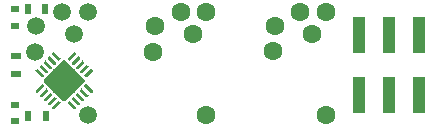
<source format=gbr>
G04 #@! TF.GenerationSoftware,KiCad,Pcbnew,(5.1.2-1)-1*
G04 #@! TF.CreationDate,2019-07-19T11:44:39-07:00*
G04 #@! TF.ProjectId,class v3 - all,636c6173-7320-4763-9320-2d20616c6c2e,rev?*
G04 #@! TF.SameCoordinates,Original*
G04 #@! TF.FileFunction,Soldermask,Top*
G04 #@! TF.FilePolarity,Negative*
%FSLAX46Y46*%
G04 Gerber Fmt 4.6, Leading zero omitted, Abs format (unit mm)*
G04 Created by KiCad (PCBNEW (5.1.2-1)-1) date 2019-07-19 11:44:39*
%MOMM*%
%LPD*%
G04 APERTURE LIST*
%ADD10C,1.600000*%
%ADD11R,1.000000X3.150000*%
%ADD12R,0.700000X0.600000*%
%ADD13C,1.500000*%
%ADD14R,0.900000X0.500000*%
%ADD15R,0.500000X0.900000*%
%ADD16C,0.100000*%
%ADD17C,2.600000*%
%ADD18C,0.250000*%
G04 APERTURE END LIST*
D10*
X120600000Y-89040000D03*
X125090000Y-85700000D03*
X120760000Y-86900000D03*
X122910000Y-85700000D03*
X125090000Y-94450000D03*
X123960000Y-87590000D03*
D11*
X133010000Y-87675000D03*
X133010000Y-92725000D03*
X130470000Y-87675000D03*
X130470000Y-92725000D03*
X127930000Y-87675000D03*
X127930000Y-92725000D03*
D10*
X114990000Y-85720000D03*
X113860000Y-87610000D03*
X110500000Y-89060000D03*
X114990000Y-94470000D03*
X112810000Y-85720000D03*
X110660000Y-86920000D03*
D12*
X98750000Y-86880000D03*
X98750000Y-85480000D03*
X98750000Y-93560000D03*
X98750000Y-94960000D03*
D13*
X100600000Y-86920000D03*
X104930000Y-94470000D03*
D14*
X98840000Y-90970000D03*
X98840000Y-89470000D03*
D15*
X99840000Y-85420000D03*
X101340000Y-85420000D03*
X101370000Y-94550000D03*
X99870000Y-94550000D03*
D13*
X100440000Y-89060000D03*
X103800000Y-87610000D03*
X104930000Y-85720000D03*
X102750000Y-85720000D03*
D16*
G36*
X102964504Y-89796280D02*
G01*
X102988773Y-89799880D01*
X103012571Y-89805841D01*
X103035671Y-89814106D01*
X103057849Y-89824596D01*
X103078893Y-89837209D01*
X103098598Y-89851823D01*
X103116777Y-89868299D01*
X104601701Y-91353223D01*
X104618177Y-91371402D01*
X104632791Y-91391107D01*
X104645404Y-91412151D01*
X104655894Y-91434329D01*
X104664159Y-91457429D01*
X104670120Y-91481227D01*
X104673720Y-91505496D01*
X104674924Y-91530000D01*
X104673720Y-91554504D01*
X104670120Y-91578773D01*
X104664159Y-91602571D01*
X104655894Y-91625671D01*
X104645404Y-91647849D01*
X104632791Y-91668893D01*
X104618177Y-91688598D01*
X104601701Y-91706777D01*
X103116777Y-93191701D01*
X103098598Y-93208177D01*
X103078893Y-93222791D01*
X103057849Y-93235404D01*
X103035671Y-93245894D01*
X103012571Y-93254159D01*
X102988773Y-93260120D01*
X102964504Y-93263720D01*
X102940000Y-93264924D01*
X102915496Y-93263720D01*
X102891227Y-93260120D01*
X102867429Y-93254159D01*
X102844329Y-93245894D01*
X102822151Y-93235404D01*
X102801107Y-93222791D01*
X102781402Y-93208177D01*
X102763223Y-93191701D01*
X101278299Y-91706777D01*
X101261823Y-91688598D01*
X101247209Y-91668893D01*
X101234596Y-91647849D01*
X101224106Y-91625671D01*
X101215841Y-91602571D01*
X101209880Y-91578773D01*
X101206280Y-91554504D01*
X101205076Y-91530000D01*
X101206280Y-91505496D01*
X101209880Y-91481227D01*
X101215841Y-91457429D01*
X101224106Y-91434329D01*
X101234596Y-91412151D01*
X101247209Y-91391107D01*
X101261823Y-91371402D01*
X101278299Y-91353223D01*
X102763223Y-89868299D01*
X102781402Y-89851823D01*
X102801107Y-89837209D01*
X102822151Y-89824596D01*
X102844329Y-89814106D01*
X102867429Y-89805841D01*
X102891227Y-89799880D01*
X102915496Y-89796280D01*
X102940000Y-89795076D01*
X102964504Y-89796280D01*
X102964504Y-89796280D01*
G37*
D17*
X102940000Y-91530000D03*
D16*
G36*
X101089971Y-91821355D02*
G01*
X101096038Y-91822255D01*
X101101988Y-91823745D01*
X101107763Y-91825812D01*
X101113307Y-91828434D01*
X101118568Y-91831587D01*
X101123495Y-91835241D01*
X101128039Y-91839360D01*
X101216427Y-91927748D01*
X101220546Y-91932292D01*
X101224200Y-91937219D01*
X101227353Y-91942480D01*
X101229975Y-91948024D01*
X101232042Y-91953799D01*
X101233532Y-91959749D01*
X101234432Y-91965816D01*
X101234733Y-91971942D01*
X101234432Y-91978068D01*
X101233532Y-91984135D01*
X101232042Y-91990085D01*
X101229975Y-91995860D01*
X101227353Y-92001404D01*
X101224200Y-92006665D01*
X101220546Y-92011592D01*
X101216427Y-92016136D01*
X100703775Y-92528788D01*
X100699231Y-92532907D01*
X100694304Y-92536561D01*
X100689043Y-92539714D01*
X100683499Y-92542336D01*
X100677724Y-92544403D01*
X100671774Y-92545893D01*
X100665707Y-92546793D01*
X100659581Y-92547094D01*
X100653455Y-92546793D01*
X100647388Y-92545893D01*
X100641438Y-92544403D01*
X100635663Y-92542336D01*
X100630119Y-92539714D01*
X100624858Y-92536561D01*
X100619931Y-92532907D01*
X100615387Y-92528788D01*
X100526999Y-92440400D01*
X100522880Y-92435856D01*
X100519226Y-92430929D01*
X100516073Y-92425668D01*
X100513451Y-92420124D01*
X100511384Y-92414349D01*
X100509894Y-92408399D01*
X100508994Y-92402332D01*
X100508693Y-92396206D01*
X100508994Y-92390080D01*
X100509894Y-92384013D01*
X100511384Y-92378063D01*
X100513451Y-92372288D01*
X100516073Y-92366744D01*
X100519226Y-92361483D01*
X100522880Y-92356556D01*
X100526999Y-92352012D01*
X101039651Y-91839360D01*
X101044195Y-91835241D01*
X101049122Y-91831587D01*
X101054383Y-91828434D01*
X101059927Y-91825812D01*
X101065702Y-91823745D01*
X101071652Y-91822255D01*
X101077719Y-91821355D01*
X101083845Y-91821054D01*
X101089971Y-91821355D01*
X101089971Y-91821355D01*
G37*
D18*
X100871713Y-92184074D03*
D16*
G36*
X101443524Y-92174908D02*
G01*
X101449591Y-92175808D01*
X101455541Y-92177298D01*
X101461316Y-92179365D01*
X101466860Y-92181987D01*
X101472121Y-92185140D01*
X101477048Y-92188794D01*
X101481592Y-92192913D01*
X101569980Y-92281301D01*
X101574099Y-92285845D01*
X101577753Y-92290772D01*
X101580906Y-92296033D01*
X101583528Y-92301577D01*
X101585595Y-92307352D01*
X101587085Y-92313302D01*
X101587985Y-92319369D01*
X101588286Y-92325495D01*
X101587985Y-92331621D01*
X101587085Y-92337688D01*
X101585595Y-92343638D01*
X101583528Y-92349413D01*
X101580906Y-92354957D01*
X101577753Y-92360218D01*
X101574099Y-92365145D01*
X101569980Y-92369689D01*
X101057328Y-92882341D01*
X101052784Y-92886460D01*
X101047857Y-92890114D01*
X101042596Y-92893267D01*
X101037052Y-92895889D01*
X101031277Y-92897956D01*
X101025327Y-92899446D01*
X101019260Y-92900346D01*
X101013134Y-92900647D01*
X101007008Y-92900346D01*
X101000941Y-92899446D01*
X100994991Y-92897956D01*
X100989216Y-92895889D01*
X100983672Y-92893267D01*
X100978411Y-92890114D01*
X100973484Y-92886460D01*
X100968940Y-92882341D01*
X100880552Y-92793953D01*
X100876433Y-92789409D01*
X100872779Y-92784482D01*
X100869626Y-92779221D01*
X100867004Y-92773677D01*
X100864937Y-92767902D01*
X100863447Y-92761952D01*
X100862547Y-92755885D01*
X100862246Y-92749759D01*
X100862547Y-92743633D01*
X100863447Y-92737566D01*
X100864937Y-92731616D01*
X100867004Y-92725841D01*
X100869626Y-92720297D01*
X100872779Y-92715036D01*
X100876433Y-92710109D01*
X100880552Y-92705565D01*
X101393204Y-92192913D01*
X101397748Y-92188794D01*
X101402675Y-92185140D01*
X101407936Y-92181987D01*
X101413480Y-92179365D01*
X101419255Y-92177298D01*
X101425205Y-92175808D01*
X101431272Y-92174908D01*
X101437398Y-92174607D01*
X101443524Y-92174908D01*
X101443524Y-92174908D01*
G37*
D18*
X101225266Y-92537627D03*
D16*
G36*
X101797077Y-92528462D02*
G01*
X101803144Y-92529362D01*
X101809094Y-92530852D01*
X101814869Y-92532919D01*
X101820413Y-92535541D01*
X101825674Y-92538694D01*
X101830601Y-92542348D01*
X101835145Y-92546467D01*
X101923533Y-92634855D01*
X101927652Y-92639399D01*
X101931306Y-92644326D01*
X101934459Y-92649587D01*
X101937081Y-92655131D01*
X101939148Y-92660906D01*
X101940638Y-92666856D01*
X101941538Y-92672923D01*
X101941839Y-92679049D01*
X101941538Y-92685175D01*
X101940638Y-92691242D01*
X101939148Y-92697192D01*
X101937081Y-92702967D01*
X101934459Y-92708511D01*
X101931306Y-92713772D01*
X101927652Y-92718699D01*
X101923533Y-92723243D01*
X101410881Y-93235895D01*
X101406337Y-93240014D01*
X101401410Y-93243668D01*
X101396149Y-93246821D01*
X101390605Y-93249443D01*
X101384830Y-93251510D01*
X101378880Y-93253000D01*
X101372813Y-93253900D01*
X101366687Y-93254201D01*
X101360561Y-93253900D01*
X101354494Y-93253000D01*
X101348544Y-93251510D01*
X101342769Y-93249443D01*
X101337225Y-93246821D01*
X101331964Y-93243668D01*
X101327037Y-93240014D01*
X101322493Y-93235895D01*
X101234105Y-93147507D01*
X101229986Y-93142963D01*
X101226332Y-93138036D01*
X101223179Y-93132775D01*
X101220557Y-93127231D01*
X101218490Y-93121456D01*
X101217000Y-93115506D01*
X101216100Y-93109439D01*
X101215799Y-93103313D01*
X101216100Y-93097187D01*
X101217000Y-93091120D01*
X101218490Y-93085170D01*
X101220557Y-93079395D01*
X101223179Y-93073851D01*
X101226332Y-93068590D01*
X101229986Y-93063663D01*
X101234105Y-93059119D01*
X101746757Y-92546467D01*
X101751301Y-92542348D01*
X101756228Y-92538694D01*
X101761489Y-92535541D01*
X101767033Y-92532919D01*
X101772808Y-92530852D01*
X101778758Y-92529362D01*
X101784825Y-92528462D01*
X101790951Y-92528161D01*
X101797077Y-92528462D01*
X101797077Y-92528462D01*
G37*
D18*
X101578819Y-92891181D03*
D16*
G36*
X102150631Y-92882015D02*
G01*
X102156698Y-92882915D01*
X102162648Y-92884405D01*
X102168423Y-92886472D01*
X102173967Y-92889094D01*
X102179228Y-92892247D01*
X102184155Y-92895901D01*
X102188699Y-92900020D01*
X102277087Y-92988408D01*
X102281206Y-92992952D01*
X102284860Y-92997879D01*
X102288013Y-93003140D01*
X102290635Y-93008684D01*
X102292702Y-93014459D01*
X102294192Y-93020409D01*
X102295092Y-93026476D01*
X102295393Y-93032602D01*
X102295092Y-93038728D01*
X102294192Y-93044795D01*
X102292702Y-93050745D01*
X102290635Y-93056520D01*
X102288013Y-93062064D01*
X102284860Y-93067325D01*
X102281206Y-93072252D01*
X102277087Y-93076796D01*
X101764435Y-93589448D01*
X101759891Y-93593567D01*
X101754964Y-93597221D01*
X101749703Y-93600374D01*
X101744159Y-93602996D01*
X101738384Y-93605063D01*
X101732434Y-93606553D01*
X101726367Y-93607453D01*
X101720241Y-93607754D01*
X101714115Y-93607453D01*
X101708048Y-93606553D01*
X101702098Y-93605063D01*
X101696323Y-93602996D01*
X101690779Y-93600374D01*
X101685518Y-93597221D01*
X101680591Y-93593567D01*
X101676047Y-93589448D01*
X101587659Y-93501060D01*
X101583540Y-93496516D01*
X101579886Y-93491589D01*
X101576733Y-93486328D01*
X101574111Y-93480784D01*
X101572044Y-93475009D01*
X101570554Y-93469059D01*
X101569654Y-93462992D01*
X101569353Y-93456866D01*
X101569654Y-93450740D01*
X101570554Y-93444673D01*
X101572044Y-93438723D01*
X101574111Y-93432948D01*
X101576733Y-93427404D01*
X101579886Y-93422143D01*
X101583540Y-93417216D01*
X101587659Y-93412672D01*
X102100311Y-92900020D01*
X102104855Y-92895901D01*
X102109782Y-92892247D01*
X102115043Y-92889094D01*
X102120587Y-92886472D01*
X102126362Y-92884405D01*
X102132312Y-92882915D01*
X102138379Y-92882015D01*
X102144505Y-92881714D01*
X102150631Y-92882015D01*
X102150631Y-92882015D01*
G37*
D18*
X101932373Y-93244734D03*
D16*
G36*
X102504184Y-93235568D02*
G01*
X102510251Y-93236468D01*
X102516201Y-93237958D01*
X102521976Y-93240025D01*
X102527520Y-93242647D01*
X102532781Y-93245800D01*
X102537708Y-93249454D01*
X102542252Y-93253573D01*
X102630640Y-93341961D01*
X102634759Y-93346505D01*
X102638413Y-93351432D01*
X102641566Y-93356693D01*
X102644188Y-93362237D01*
X102646255Y-93368012D01*
X102647745Y-93373962D01*
X102648645Y-93380029D01*
X102648946Y-93386155D01*
X102648645Y-93392281D01*
X102647745Y-93398348D01*
X102646255Y-93404298D01*
X102644188Y-93410073D01*
X102641566Y-93415617D01*
X102638413Y-93420878D01*
X102634759Y-93425805D01*
X102630640Y-93430349D01*
X102117988Y-93943001D01*
X102113444Y-93947120D01*
X102108517Y-93950774D01*
X102103256Y-93953927D01*
X102097712Y-93956549D01*
X102091937Y-93958616D01*
X102085987Y-93960106D01*
X102079920Y-93961006D01*
X102073794Y-93961307D01*
X102067668Y-93961006D01*
X102061601Y-93960106D01*
X102055651Y-93958616D01*
X102049876Y-93956549D01*
X102044332Y-93953927D01*
X102039071Y-93950774D01*
X102034144Y-93947120D01*
X102029600Y-93943001D01*
X101941212Y-93854613D01*
X101937093Y-93850069D01*
X101933439Y-93845142D01*
X101930286Y-93839881D01*
X101927664Y-93834337D01*
X101925597Y-93828562D01*
X101924107Y-93822612D01*
X101923207Y-93816545D01*
X101922906Y-93810419D01*
X101923207Y-93804293D01*
X101924107Y-93798226D01*
X101925597Y-93792276D01*
X101927664Y-93786501D01*
X101930286Y-93780957D01*
X101933439Y-93775696D01*
X101937093Y-93770769D01*
X101941212Y-93766225D01*
X102453864Y-93253573D01*
X102458408Y-93249454D01*
X102463335Y-93245800D01*
X102468596Y-93242647D01*
X102474140Y-93240025D01*
X102479915Y-93237958D01*
X102485865Y-93236468D01*
X102491932Y-93235568D01*
X102498058Y-93235267D01*
X102504184Y-93235568D01*
X102504184Y-93235568D01*
G37*
D18*
X102285926Y-93598287D03*
D16*
G36*
X103388068Y-93235568D02*
G01*
X103394135Y-93236468D01*
X103400085Y-93237958D01*
X103405860Y-93240025D01*
X103411404Y-93242647D01*
X103416665Y-93245800D01*
X103421592Y-93249454D01*
X103426136Y-93253573D01*
X103938788Y-93766225D01*
X103942907Y-93770769D01*
X103946561Y-93775696D01*
X103949714Y-93780957D01*
X103952336Y-93786501D01*
X103954403Y-93792276D01*
X103955893Y-93798226D01*
X103956793Y-93804293D01*
X103957094Y-93810419D01*
X103956793Y-93816545D01*
X103955893Y-93822612D01*
X103954403Y-93828562D01*
X103952336Y-93834337D01*
X103949714Y-93839881D01*
X103946561Y-93845142D01*
X103942907Y-93850069D01*
X103938788Y-93854613D01*
X103850400Y-93943001D01*
X103845856Y-93947120D01*
X103840929Y-93950774D01*
X103835668Y-93953927D01*
X103830124Y-93956549D01*
X103824349Y-93958616D01*
X103818399Y-93960106D01*
X103812332Y-93961006D01*
X103806206Y-93961307D01*
X103800080Y-93961006D01*
X103794013Y-93960106D01*
X103788063Y-93958616D01*
X103782288Y-93956549D01*
X103776744Y-93953927D01*
X103771483Y-93950774D01*
X103766556Y-93947120D01*
X103762012Y-93943001D01*
X103249360Y-93430349D01*
X103245241Y-93425805D01*
X103241587Y-93420878D01*
X103238434Y-93415617D01*
X103235812Y-93410073D01*
X103233745Y-93404298D01*
X103232255Y-93398348D01*
X103231355Y-93392281D01*
X103231054Y-93386155D01*
X103231355Y-93380029D01*
X103232255Y-93373962D01*
X103233745Y-93368012D01*
X103235812Y-93362237D01*
X103238434Y-93356693D01*
X103241587Y-93351432D01*
X103245241Y-93346505D01*
X103249360Y-93341961D01*
X103337748Y-93253573D01*
X103342292Y-93249454D01*
X103347219Y-93245800D01*
X103352480Y-93242647D01*
X103358024Y-93240025D01*
X103363799Y-93237958D01*
X103369749Y-93236468D01*
X103375816Y-93235568D01*
X103381942Y-93235267D01*
X103388068Y-93235568D01*
X103388068Y-93235568D01*
G37*
D18*
X103594074Y-93598287D03*
D16*
G36*
X103741621Y-92882015D02*
G01*
X103747688Y-92882915D01*
X103753638Y-92884405D01*
X103759413Y-92886472D01*
X103764957Y-92889094D01*
X103770218Y-92892247D01*
X103775145Y-92895901D01*
X103779689Y-92900020D01*
X104292341Y-93412672D01*
X104296460Y-93417216D01*
X104300114Y-93422143D01*
X104303267Y-93427404D01*
X104305889Y-93432948D01*
X104307956Y-93438723D01*
X104309446Y-93444673D01*
X104310346Y-93450740D01*
X104310647Y-93456866D01*
X104310346Y-93462992D01*
X104309446Y-93469059D01*
X104307956Y-93475009D01*
X104305889Y-93480784D01*
X104303267Y-93486328D01*
X104300114Y-93491589D01*
X104296460Y-93496516D01*
X104292341Y-93501060D01*
X104203953Y-93589448D01*
X104199409Y-93593567D01*
X104194482Y-93597221D01*
X104189221Y-93600374D01*
X104183677Y-93602996D01*
X104177902Y-93605063D01*
X104171952Y-93606553D01*
X104165885Y-93607453D01*
X104159759Y-93607754D01*
X104153633Y-93607453D01*
X104147566Y-93606553D01*
X104141616Y-93605063D01*
X104135841Y-93602996D01*
X104130297Y-93600374D01*
X104125036Y-93597221D01*
X104120109Y-93593567D01*
X104115565Y-93589448D01*
X103602913Y-93076796D01*
X103598794Y-93072252D01*
X103595140Y-93067325D01*
X103591987Y-93062064D01*
X103589365Y-93056520D01*
X103587298Y-93050745D01*
X103585808Y-93044795D01*
X103584908Y-93038728D01*
X103584607Y-93032602D01*
X103584908Y-93026476D01*
X103585808Y-93020409D01*
X103587298Y-93014459D01*
X103589365Y-93008684D01*
X103591987Y-93003140D01*
X103595140Y-92997879D01*
X103598794Y-92992952D01*
X103602913Y-92988408D01*
X103691301Y-92900020D01*
X103695845Y-92895901D01*
X103700772Y-92892247D01*
X103706033Y-92889094D01*
X103711577Y-92886472D01*
X103717352Y-92884405D01*
X103723302Y-92882915D01*
X103729369Y-92882015D01*
X103735495Y-92881714D01*
X103741621Y-92882015D01*
X103741621Y-92882015D01*
G37*
D18*
X103947627Y-93244734D03*
D16*
G36*
X104095175Y-92528462D02*
G01*
X104101242Y-92529362D01*
X104107192Y-92530852D01*
X104112967Y-92532919D01*
X104118511Y-92535541D01*
X104123772Y-92538694D01*
X104128699Y-92542348D01*
X104133243Y-92546467D01*
X104645895Y-93059119D01*
X104650014Y-93063663D01*
X104653668Y-93068590D01*
X104656821Y-93073851D01*
X104659443Y-93079395D01*
X104661510Y-93085170D01*
X104663000Y-93091120D01*
X104663900Y-93097187D01*
X104664201Y-93103313D01*
X104663900Y-93109439D01*
X104663000Y-93115506D01*
X104661510Y-93121456D01*
X104659443Y-93127231D01*
X104656821Y-93132775D01*
X104653668Y-93138036D01*
X104650014Y-93142963D01*
X104645895Y-93147507D01*
X104557507Y-93235895D01*
X104552963Y-93240014D01*
X104548036Y-93243668D01*
X104542775Y-93246821D01*
X104537231Y-93249443D01*
X104531456Y-93251510D01*
X104525506Y-93253000D01*
X104519439Y-93253900D01*
X104513313Y-93254201D01*
X104507187Y-93253900D01*
X104501120Y-93253000D01*
X104495170Y-93251510D01*
X104489395Y-93249443D01*
X104483851Y-93246821D01*
X104478590Y-93243668D01*
X104473663Y-93240014D01*
X104469119Y-93235895D01*
X103956467Y-92723243D01*
X103952348Y-92718699D01*
X103948694Y-92713772D01*
X103945541Y-92708511D01*
X103942919Y-92702967D01*
X103940852Y-92697192D01*
X103939362Y-92691242D01*
X103938462Y-92685175D01*
X103938161Y-92679049D01*
X103938462Y-92672923D01*
X103939362Y-92666856D01*
X103940852Y-92660906D01*
X103942919Y-92655131D01*
X103945541Y-92649587D01*
X103948694Y-92644326D01*
X103952348Y-92639399D01*
X103956467Y-92634855D01*
X104044855Y-92546467D01*
X104049399Y-92542348D01*
X104054326Y-92538694D01*
X104059587Y-92535541D01*
X104065131Y-92532919D01*
X104070906Y-92530852D01*
X104076856Y-92529362D01*
X104082923Y-92528462D01*
X104089049Y-92528161D01*
X104095175Y-92528462D01*
X104095175Y-92528462D01*
G37*
D18*
X104301181Y-92891181D03*
D16*
G36*
X104448728Y-92174908D02*
G01*
X104454795Y-92175808D01*
X104460745Y-92177298D01*
X104466520Y-92179365D01*
X104472064Y-92181987D01*
X104477325Y-92185140D01*
X104482252Y-92188794D01*
X104486796Y-92192913D01*
X104999448Y-92705565D01*
X105003567Y-92710109D01*
X105007221Y-92715036D01*
X105010374Y-92720297D01*
X105012996Y-92725841D01*
X105015063Y-92731616D01*
X105016553Y-92737566D01*
X105017453Y-92743633D01*
X105017754Y-92749759D01*
X105017453Y-92755885D01*
X105016553Y-92761952D01*
X105015063Y-92767902D01*
X105012996Y-92773677D01*
X105010374Y-92779221D01*
X105007221Y-92784482D01*
X105003567Y-92789409D01*
X104999448Y-92793953D01*
X104911060Y-92882341D01*
X104906516Y-92886460D01*
X104901589Y-92890114D01*
X104896328Y-92893267D01*
X104890784Y-92895889D01*
X104885009Y-92897956D01*
X104879059Y-92899446D01*
X104872992Y-92900346D01*
X104866866Y-92900647D01*
X104860740Y-92900346D01*
X104854673Y-92899446D01*
X104848723Y-92897956D01*
X104842948Y-92895889D01*
X104837404Y-92893267D01*
X104832143Y-92890114D01*
X104827216Y-92886460D01*
X104822672Y-92882341D01*
X104310020Y-92369689D01*
X104305901Y-92365145D01*
X104302247Y-92360218D01*
X104299094Y-92354957D01*
X104296472Y-92349413D01*
X104294405Y-92343638D01*
X104292915Y-92337688D01*
X104292015Y-92331621D01*
X104291714Y-92325495D01*
X104292015Y-92319369D01*
X104292915Y-92313302D01*
X104294405Y-92307352D01*
X104296472Y-92301577D01*
X104299094Y-92296033D01*
X104302247Y-92290772D01*
X104305901Y-92285845D01*
X104310020Y-92281301D01*
X104398408Y-92192913D01*
X104402952Y-92188794D01*
X104407879Y-92185140D01*
X104413140Y-92181987D01*
X104418684Y-92179365D01*
X104424459Y-92177298D01*
X104430409Y-92175808D01*
X104436476Y-92174908D01*
X104442602Y-92174607D01*
X104448728Y-92174908D01*
X104448728Y-92174908D01*
G37*
D18*
X104654734Y-92537627D03*
D16*
G36*
X104802281Y-91821355D02*
G01*
X104808348Y-91822255D01*
X104814298Y-91823745D01*
X104820073Y-91825812D01*
X104825617Y-91828434D01*
X104830878Y-91831587D01*
X104835805Y-91835241D01*
X104840349Y-91839360D01*
X105353001Y-92352012D01*
X105357120Y-92356556D01*
X105360774Y-92361483D01*
X105363927Y-92366744D01*
X105366549Y-92372288D01*
X105368616Y-92378063D01*
X105370106Y-92384013D01*
X105371006Y-92390080D01*
X105371307Y-92396206D01*
X105371006Y-92402332D01*
X105370106Y-92408399D01*
X105368616Y-92414349D01*
X105366549Y-92420124D01*
X105363927Y-92425668D01*
X105360774Y-92430929D01*
X105357120Y-92435856D01*
X105353001Y-92440400D01*
X105264613Y-92528788D01*
X105260069Y-92532907D01*
X105255142Y-92536561D01*
X105249881Y-92539714D01*
X105244337Y-92542336D01*
X105238562Y-92544403D01*
X105232612Y-92545893D01*
X105226545Y-92546793D01*
X105220419Y-92547094D01*
X105214293Y-92546793D01*
X105208226Y-92545893D01*
X105202276Y-92544403D01*
X105196501Y-92542336D01*
X105190957Y-92539714D01*
X105185696Y-92536561D01*
X105180769Y-92532907D01*
X105176225Y-92528788D01*
X104663573Y-92016136D01*
X104659454Y-92011592D01*
X104655800Y-92006665D01*
X104652647Y-92001404D01*
X104650025Y-91995860D01*
X104647958Y-91990085D01*
X104646468Y-91984135D01*
X104645568Y-91978068D01*
X104645267Y-91971942D01*
X104645568Y-91965816D01*
X104646468Y-91959749D01*
X104647958Y-91953799D01*
X104650025Y-91948024D01*
X104652647Y-91942480D01*
X104655800Y-91937219D01*
X104659454Y-91932292D01*
X104663573Y-91927748D01*
X104751961Y-91839360D01*
X104756505Y-91835241D01*
X104761432Y-91831587D01*
X104766693Y-91828434D01*
X104772237Y-91825812D01*
X104778012Y-91823745D01*
X104783962Y-91822255D01*
X104790029Y-91821355D01*
X104796155Y-91821054D01*
X104802281Y-91821355D01*
X104802281Y-91821355D01*
G37*
D18*
X105008287Y-92184074D03*
D16*
G36*
X105226545Y-90513207D02*
G01*
X105232612Y-90514107D01*
X105238562Y-90515597D01*
X105244337Y-90517664D01*
X105249881Y-90520286D01*
X105255142Y-90523439D01*
X105260069Y-90527093D01*
X105264613Y-90531212D01*
X105353001Y-90619600D01*
X105357120Y-90624144D01*
X105360774Y-90629071D01*
X105363927Y-90634332D01*
X105366549Y-90639876D01*
X105368616Y-90645651D01*
X105370106Y-90651601D01*
X105371006Y-90657668D01*
X105371307Y-90663794D01*
X105371006Y-90669920D01*
X105370106Y-90675987D01*
X105368616Y-90681937D01*
X105366549Y-90687712D01*
X105363927Y-90693256D01*
X105360774Y-90698517D01*
X105357120Y-90703444D01*
X105353001Y-90707988D01*
X104840349Y-91220640D01*
X104835805Y-91224759D01*
X104830878Y-91228413D01*
X104825617Y-91231566D01*
X104820073Y-91234188D01*
X104814298Y-91236255D01*
X104808348Y-91237745D01*
X104802281Y-91238645D01*
X104796155Y-91238946D01*
X104790029Y-91238645D01*
X104783962Y-91237745D01*
X104778012Y-91236255D01*
X104772237Y-91234188D01*
X104766693Y-91231566D01*
X104761432Y-91228413D01*
X104756505Y-91224759D01*
X104751961Y-91220640D01*
X104663573Y-91132252D01*
X104659454Y-91127708D01*
X104655800Y-91122781D01*
X104652647Y-91117520D01*
X104650025Y-91111976D01*
X104647958Y-91106201D01*
X104646468Y-91100251D01*
X104645568Y-91094184D01*
X104645267Y-91088058D01*
X104645568Y-91081932D01*
X104646468Y-91075865D01*
X104647958Y-91069915D01*
X104650025Y-91064140D01*
X104652647Y-91058596D01*
X104655800Y-91053335D01*
X104659454Y-91048408D01*
X104663573Y-91043864D01*
X105176225Y-90531212D01*
X105180769Y-90527093D01*
X105185696Y-90523439D01*
X105190957Y-90520286D01*
X105196501Y-90517664D01*
X105202276Y-90515597D01*
X105208226Y-90514107D01*
X105214293Y-90513207D01*
X105220419Y-90512906D01*
X105226545Y-90513207D01*
X105226545Y-90513207D01*
G37*
D18*
X105008287Y-90875926D03*
D16*
G36*
X104872992Y-90159654D02*
G01*
X104879059Y-90160554D01*
X104885009Y-90162044D01*
X104890784Y-90164111D01*
X104896328Y-90166733D01*
X104901589Y-90169886D01*
X104906516Y-90173540D01*
X104911060Y-90177659D01*
X104999448Y-90266047D01*
X105003567Y-90270591D01*
X105007221Y-90275518D01*
X105010374Y-90280779D01*
X105012996Y-90286323D01*
X105015063Y-90292098D01*
X105016553Y-90298048D01*
X105017453Y-90304115D01*
X105017754Y-90310241D01*
X105017453Y-90316367D01*
X105016553Y-90322434D01*
X105015063Y-90328384D01*
X105012996Y-90334159D01*
X105010374Y-90339703D01*
X105007221Y-90344964D01*
X105003567Y-90349891D01*
X104999448Y-90354435D01*
X104486796Y-90867087D01*
X104482252Y-90871206D01*
X104477325Y-90874860D01*
X104472064Y-90878013D01*
X104466520Y-90880635D01*
X104460745Y-90882702D01*
X104454795Y-90884192D01*
X104448728Y-90885092D01*
X104442602Y-90885393D01*
X104436476Y-90885092D01*
X104430409Y-90884192D01*
X104424459Y-90882702D01*
X104418684Y-90880635D01*
X104413140Y-90878013D01*
X104407879Y-90874860D01*
X104402952Y-90871206D01*
X104398408Y-90867087D01*
X104310020Y-90778699D01*
X104305901Y-90774155D01*
X104302247Y-90769228D01*
X104299094Y-90763967D01*
X104296472Y-90758423D01*
X104294405Y-90752648D01*
X104292915Y-90746698D01*
X104292015Y-90740631D01*
X104291714Y-90734505D01*
X104292015Y-90728379D01*
X104292915Y-90722312D01*
X104294405Y-90716362D01*
X104296472Y-90710587D01*
X104299094Y-90705043D01*
X104302247Y-90699782D01*
X104305901Y-90694855D01*
X104310020Y-90690311D01*
X104822672Y-90177659D01*
X104827216Y-90173540D01*
X104832143Y-90169886D01*
X104837404Y-90166733D01*
X104842948Y-90164111D01*
X104848723Y-90162044D01*
X104854673Y-90160554D01*
X104860740Y-90159654D01*
X104866866Y-90159353D01*
X104872992Y-90159654D01*
X104872992Y-90159654D01*
G37*
D18*
X104654734Y-90522373D03*
D16*
G36*
X104519439Y-89806100D02*
G01*
X104525506Y-89807000D01*
X104531456Y-89808490D01*
X104537231Y-89810557D01*
X104542775Y-89813179D01*
X104548036Y-89816332D01*
X104552963Y-89819986D01*
X104557507Y-89824105D01*
X104645895Y-89912493D01*
X104650014Y-89917037D01*
X104653668Y-89921964D01*
X104656821Y-89927225D01*
X104659443Y-89932769D01*
X104661510Y-89938544D01*
X104663000Y-89944494D01*
X104663900Y-89950561D01*
X104664201Y-89956687D01*
X104663900Y-89962813D01*
X104663000Y-89968880D01*
X104661510Y-89974830D01*
X104659443Y-89980605D01*
X104656821Y-89986149D01*
X104653668Y-89991410D01*
X104650014Y-89996337D01*
X104645895Y-90000881D01*
X104133243Y-90513533D01*
X104128699Y-90517652D01*
X104123772Y-90521306D01*
X104118511Y-90524459D01*
X104112967Y-90527081D01*
X104107192Y-90529148D01*
X104101242Y-90530638D01*
X104095175Y-90531538D01*
X104089049Y-90531839D01*
X104082923Y-90531538D01*
X104076856Y-90530638D01*
X104070906Y-90529148D01*
X104065131Y-90527081D01*
X104059587Y-90524459D01*
X104054326Y-90521306D01*
X104049399Y-90517652D01*
X104044855Y-90513533D01*
X103956467Y-90425145D01*
X103952348Y-90420601D01*
X103948694Y-90415674D01*
X103945541Y-90410413D01*
X103942919Y-90404869D01*
X103940852Y-90399094D01*
X103939362Y-90393144D01*
X103938462Y-90387077D01*
X103938161Y-90380951D01*
X103938462Y-90374825D01*
X103939362Y-90368758D01*
X103940852Y-90362808D01*
X103942919Y-90357033D01*
X103945541Y-90351489D01*
X103948694Y-90346228D01*
X103952348Y-90341301D01*
X103956467Y-90336757D01*
X104469119Y-89824105D01*
X104473663Y-89819986D01*
X104478590Y-89816332D01*
X104483851Y-89813179D01*
X104489395Y-89810557D01*
X104495170Y-89808490D01*
X104501120Y-89807000D01*
X104507187Y-89806100D01*
X104513313Y-89805799D01*
X104519439Y-89806100D01*
X104519439Y-89806100D01*
G37*
D18*
X104301181Y-90168819D03*
D16*
G36*
X104165885Y-89452547D02*
G01*
X104171952Y-89453447D01*
X104177902Y-89454937D01*
X104183677Y-89457004D01*
X104189221Y-89459626D01*
X104194482Y-89462779D01*
X104199409Y-89466433D01*
X104203953Y-89470552D01*
X104292341Y-89558940D01*
X104296460Y-89563484D01*
X104300114Y-89568411D01*
X104303267Y-89573672D01*
X104305889Y-89579216D01*
X104307956Y-89584991D01*
X104309446Y-89590941D01*
X104310346Y-89597008D01*
X104310647Y-89603134D01*
X104310346Y-89609260D01*
X104309446Y-89615327D01*
X104307956Y-89621277D01*
X104305889Y-89627052D01*
X104303267Y-89632596D01*
X104300114Y-89637857D01*
X104296460Y-89642784D01*
X104292341Y-89647328D01*
X103779689Y-90159980D01*
X103775145Y-90164099D01*
X103770218Y-90167753D01*
X103764957Y-90170906D01*
X103759413Y-90173528D01*
X103753638Y-90175595D01*
X103747688Y-90177085D01*
X103741621Y-90177985D01*
X103735495Y-90178286D01*
X103729369Y-90177985D01*
X103723302Y-90177085D01*
X103717352Y-90175595D01*
X103711577Y-90173528D01*
X103706033Y-90170906D01*
X103700772Y-90167753D01*
X103695845Y-90164099D01*
X103691301Y-90159980D01*
X103602913Y-90071592D01*
X103598794Y-90067048D01*
X103595140Y-90062121D01*
X103591987Y-90056860D01*
X103589365Y-90051316D01*
X103587298Y-90045541D01*
X103585808Y-90039591D01*
X103584908Y-90033524D01*
X103584607Y-90027398D01*
X103584908Y-90021272D01*
X103585808Y-90015205D01*
X103587298Y-90009255D01*
X103589365Y-90003480D01*
X103591987Y-89997936D01*
X103595140Y-89992675D01*
X103598794Y-89987748D01*
X103602913Y-89983204D01*
X104115565Y-89470552D01*
X104120109Y-89466433D01*
X104125036Y-89462779D01*
X104130297Y-89459626D01*
X104135841Y-89457004D01*
X104141616Y-89454937D01*
X104147566Y-89453447D01*
X104153633Y-89452547D01*
X104159759Y-89452246D01*
X104165885Y-89452547D01*
X104165885Y-89452547D01*
G37*
D18*
X103947627Y-89815266D03*
D16*
G36*
X103812332Y-89098994D02*
G01*
X103818399Y-89099894D01*
X103824349Y-89101384D01*
X103830124Y-89103451D01*
X103835668Y-89106073D01*
X103840929Y-89109226D01*
X103845856Y-89112880D01*
X103850400Y-89116999D01*
X103938788Y-89205387D01*
X103942907Y-89209931D01*
X103946561Y-89214858D01*
X103949714Y-89220119D01*
X103952336Y-89225663D01*
X103954403Y-89231438D01*
X103955893Y-89237388D01*
X103956793Y-89243455D01*
X103957094Y-89249581D01*
X103956793Y-89255707D01*
X103955893Y-89261774D01*
X103954403Y-89267724D01*
X103952336Y-89273499D01*
X103949714Y-89279043D01*
X103946561Y-89284304D01*
X103942907Y-89289231D01*
X103938788Y-89293775D01*
X103426136Y-89806427D01*
X103421592Y-89810546D01*
X103416665Y-89814200D01*
X103411404Y-89817353D01*
X103405860Y-89819975D01*
X103400085Y-89822042D01*
X103394135Y-89823532D01*
X103388068Y-89824432D01*
X103381942Y-89824733D01*
X103375816Y-89824432D01*
X103369749Y-89823532D01*
X103363799Y-89822042D01*
X103358024Y-89819975D01*
X103352480Y-89817353D01*
X103347219Y-89814200D01*
X103342292Y-89810546D01*
X103337748Y-89806427D01*
X103249360Y-89718039D01*
X103245241Y-89713495D01*
X103241587Y-89708568D01*
X103238434Y-89703307D01*
X103235812Y-89697763D01*
X103233745Y-89691988D01*
X103232255Y-89686038D01*
X103231355Y-89679971D01*
X103231054Y-89673845D01*
X103231355Y-89667719D01*
X103232255Y-89661652D01*
X103233745Y-89655702D01*
X103235812Y-89649927D01*
X103238434Y-89644383D01*
X103241587Y-89639122D01*
X103245241Y-89634195D01*
X103249360Y-89629651D01*
X103762012Y-89116999D01*
X103766556Y-89112880D01*
X103771483Y-89109226D01*
X103776744Y-89106073D01*
X103782288Y-89103451D01*
X103788063Y-89101384D01*
X103794013Y-89099894D01*
X103800080Y-89098994D01*
X103806206Y-89098693D01*
X103812332Y-89098994D01*
X103812332Y-89098994D01*
G37*
D18*
X103594074Y-89461713D03*
D16*
G36*
X102079920Y-89098994D02*
G01*
X102085987Y-89099894D01*
X102091937Y-89101384D01*
X102097712Y-89103451D01*
X102103256Y-89106073D01*
X102108517Y-89109226D01*
X102113444Y-89112880D01*
X102117988Y-89116999D01*
X102630640Y-89629651D01*
X102634759Y-89634195D01*
X102638413Y-89639122D01*
X102641566Y-89644383D01*
X102644188Y-89649927D01*
X102646255Y-89655702D01*
X102647745Y-89661652D01*
X102648645Y-89667719D01*
X102648946Y-89673845D01*
X102648645Y-89679971D01*
X102647745Y-89686038D01*
X102646255Y-89691988D01*
X102644188Y-89697763D01*
X102641566Y-89703307D01*
X102638413Y-89708568D01*
X102634759Y-89713495D01*
X102630640Y-89718039D01*
X102542252Y-89806427D01*
X102537708Y-89810546D01*
X102532781Y-89814200D01*
X102527520Y-89817353D01*
X102521976Y-89819975D01*
X102516201Y-89822042D01*
X102510251Y-89823532D01*
X102504184Y-89824432D01*
X102498058Y-89824733D01*
X102491932Y-89824432D01*
X102485865Y-89823532D01*
X102479915Y-89822042D01*
X102474140Y-89819975D01*
X102468596Y-89817353D01*
X102463335Y-89814200D01*
X102458408Y-89810546D01*
X102453864Y-89806427D01*
X101941212Y-89293775D01*
X101937093Y-89289231D01*
X101933439Y-89284304D01*
X101930286Y-89279043D01*
X101927664Y-89273499D01*
X101925597Y-89267724D01*
X101924107Y-89261774D01*
X101923207Y-89255707D01*
X101922906Y-89249581D01*
X101923207Y-89243455D01*
X101924107Y-89237388D01*
X101925597Y-89231438D01*
X101927664Y-89225663D01*
X101930286Y-89220119D01*
X101933439Y-89214858D01*
X101937093Y-89209931D01*
X101941212Y-89205387D01*
X102029600Y-89116999D01*
X102034144Y-89112880D01*
X102039071Y-89109226D01*
X102044332Y-89106073D01*
X102049876Y-89103451D01*
X102055651Y-89101384D01*
X102061601Y-89099894D01*
X102067668Y-89098994D01*
X102073794Y-89098693D01*
X102079920Y-89098994D01*
X102079920Y-89098994D01*
G37*
D18*
X102285926Y-89461713D03*
D16*
G36*
X101726367Y-89452547D02*
G01*
X101732434Y-89453447D01*
X101738384Y-89454937D01*
X101744159Y-89457004D01*
X101749703Y-89459626D01*
X101754964Y-89462779D01*
X101759891Y-89466433D01*
X101764435Y-89470552D01*
X102277087Y-89983204D01*
X102281206Y-89987748D01*
X102284860Y-89992675D01*
X102288013Y-89997936D01*
X102290635Y-90003480D01*
X102292702Y-90009255D01*
X102294192Y-90015205D01*
X102295092Y-90021272D01*
X102295393Y-90027398D01*
X102295092Y-90033524D01*
X102294192Y-90039591D01*
X102292702Y-90045541D01*
X102290635Y-90051316D01*
X102288013Y-90056860D01*
X102284860Y-90062121D01*
X102281206Y-90067048D01*
X102277087Y-90071592D01*
X102188699Y-90159980D01*
X102184155Y-90164099D01*
X102179228Y-90167753D01*
X102173967Y-90170906D01*
X102168423Y-90173528D01*
X102162648Y-90175595D01*
X102156698Y-90177085D01*
X102150631Y-90177985D01*
X102144505Y-90178286D01*
X102138379Y-90177985D01*
X102132312Y-90177085D01*
X102126362Y-90175595D01*
X102120587Y-90173528D01*
X102115043Y-90170906D01*
X102109782Y-90167753D01*
X102104855Y-90164099D01*
X102100311Y-90159980D01*
X101587659Y-89647328D01*
X101583540Y-89642784D01*
X101579886Y-89637857D01*
X101576733Y-89632596D01*
X101574111Y-89627052D01*
X101572044Y-89621277D01*
X101570554Y-89615327D01*
X101569654Y-89609260D01*
X101569353Y-89603134D01*
X101569654Y-89597008D01*
X101570554Y-89590941D01*
X101572044Y-89584991D01*
X101574111Y-89579216D01*
X101576733Y-89573672D01*
X101579886Y-89568411D01*
X101583540Y-89563484D01*
X101587659Y-89558940D01*
X101676047Y-89470552D01*
X101680591Y-89466433D01*
X101685518Y-89462779D01*
X101690779Y-89459626D01*
X101696323Y-89457004D01*
X101702098Y-89454937D01*
X101708048Y-89453447D01*
X101714115Y-89452547D01*
X101720241Y-89452246D01*
X101726367Y-89452547D01*
X101726367Y-89452547D01*
G37*
D18*
X101932373Y-89815266D03*
D16*
G36*
X101372813Y-89806100D02*
G01*
X101378880Y-89807000D01*
X101384830Y-89808490D01*
X101390605Y-89810557D01*
X101396149Y-89813179D01*
X101401410Y-89816332D01*
X101406337Y-89819986D01*
X101410881Y-89824105D01*
X101923533Y-90336757D01*
X101927652Y-90341301D01*
X101931306Y-90346228D01*
X101934459Y-90351489D01*
X101937081Y-90357033D01*
X101939148Y-90362808D01*
X101940638Y-90368758D01*
X101941538Y-90374825D01*
X101941839Y-90380951D01*
X101941538Y-90387077D01*
X101940638Y-90393144D01*
X101939148Y-90399094D01*
X101937081Y-90404869D01*
X101934459Y-90410413D01*
X101931306Y-90415674D01*
X101927652Y-90420601D01*
X101923533Y-90425145D01*
X101835145Y-90513533D01*
X101830601Y-90517652D01*
X101825674Y-90521306D01*
X101820413Y-90524459D01*
X101814869Y-90527081D01*
X101809094Y-90529148D01*
X101803144Y-90530638D01*
X101797077Y-90531538D01*
X101790951Y-90531839D01*
X101784825Y-90531538D01*
X101778758Y-90530638D01*
X101772808Y-90529148D01*
X101767033Y-90527081D01*
X101761489Y-90524459D01*
X101756228Y-90521306D01*
X101751301Y-90517652D01*
X101746757Y-90513533D01*
X101234105Y-90000881D01*
X101229986Y-89996337D01*
X101226332Y-89991410D01*
X101223179Y-89986149D01*
X101220557Y-89980605D01*
X101218490Y-89974830D01*
X101217000Y-89968880D01*
X101216100Y-89962813D01*
X101215799Y-89956687D01*
X101216100Y-89950561D01*
X101217000Y-89944494D01*
X101218490Y-89938544D01*
X101220557Y-89932769D01*
X101223179Y-89927225D01*
X101226332Y-89921964D01*
X101229986Y-89917037D01*
X101234105Y-89912493D01*
X101322493Y-89824105D01*
X101327037Y-89819986D01*
X101331964Y-89816332D01*
X101337225Y-89813179D01*
X101342769Y-89810557D01*
X101348544Y-89808490D01*
X101354494Y-89807000D01*
X101360561Y-89806100D01*
X101366687Y-89805799D01*
X101372813Y-89806100D01*
X101372813Y-89806100D01*
G37*
D18*
X101578819Y-90168819D03*
D16*
G36*
X101019260Y-90159654D02*
G01*
X101025327Y-90160554D01*
X101031277Y-90162044D01*
X101037052Y-90164111D01*
X101042596Y-90166733D01*
X101047857Y-90169886D01*
X101052784Y-90173540D01*
X101057328Y-90177659D01*
X101569980Y-90690311D01*
X101574099Y-90694855D01*
X101577753Y-90699782D01*
X101580906Y-90705043D01*
X101583528Y-90710587D01*
X101585595Y-90716362D01*
X101587085Y-90722312D01*
X101587985Y-90728379D01*
X101588286Y-90734505D01*
X101587985Y-90740631D01*
X101587085Y-90746698D01*
X101585595Y-90752648D01*
X101583528Y-90758423D01*
X101580906Y-90763967D01*
X101577753Y-90769228D01*
X101574099Y-90774155D01*
X101569980Y-90778699D01*
X101481592Y-90867087D01*
X101477048Y-90871206D01*
X101472121Y-90874860D01*
X101466860Y-90878013D01*
X101461316Y-90880635D01*
X101455541Y-90882702D01*
X101449591Y-90884192D01*
X101443524Y-90885092D01*
X101437398Y-90885393D01*
X101431272Y-90885092D01*
X101425205Y-90884192D01*
X101419255Y-90882702D01*
X101413480Y-90880635D01*
X101407936Y-90878013D01*
X101402675Y-90874860D01*
X101397748Y-90871206D01*
X101393204Y-90867087D01*
X100880552Y-90354435D01*
X100876433Y-90349891D01*
X100872779Y-90344964D01*
X100869626Y-90339703D01*
X100867004Y-90334159D01*
X100864937Y-90328384D01*
X100863447Y-90322434D01*
X100862547Y-90316367D01*
X100862246Y-90310241D01*
X100862547Y-90304115D01*
X100863447Y-90298048D01*
X100864937Y-90292098D01*
X100867004Y-90286323D01*
X100869626Y-90280779D01*
X100872779Y-90275518D01*
X100876433Y-90270591D01*
X100880552Y-90266047D01*
X100968940Y-90177659D01*
X100973484Y-90173540D01*
X100978411Y-90169886D01*
X100983672Y-90166733D01*
X100989216Y-90164111D01*
X100994991Y-90162044D01*
X101000941Y-90160554D01*
X101007008Y-90159654D01*
X101013134Y-90159353D01*
X101019260Y-90159654D01*
X101019260Y-90159654D01*
G37*
D18*
X101225266Y-90522373D03*
D16*
G36*
X100665707Y-90513207D02*
G01*
X100671774Y-90514107D01*
X100677724Y-90515597D01*
X100683499Y-90517664D01*
X100689043Y-90520286D01*
X100694304Y-90523439D01*
X100699231Y-90527093D01*
X100703775Y-90531212D01*
X101216427Y-91043864D01*
X101220546Y-91048408D01*
X101224200Y-91053335D01*
X101227353Y-91058596D01*
X101229975Y-91064140D01*
X101232042Y-91069915D01*
X101233532Y-91075865D01*
X101234432Y-91081932D01*
X101234733Y-91088058D01*
X101234432Y-91094184D01*
X101233532Y-91100251D01*
X101232042Y-91106201D01*
X101229975Y-91111976D01*
X101227353Y-91117520D01*
X101224200Y-91122781D01*
X101220546Y-91127708D01*
X101216427Y-91132252D01*
X101128039Y-91220640D01*
X101123495Y-91224759D01*
X101118568Y-91228413D01*
X101113307Y-91231566D01*
X101107763Y-91234188D01*
X101101988Y-91236255D01*
X101096038Y-91237745D01*
X101089971Y-91238645D01*
X101083845Y-91238946D01*
X101077719Y-91238645D01*
X101071652Y-91237745D01*
X101065702Y-91236255D01*
X101059927Y-91234188D01*
X101054383Y-91231566D01*
X101049122Y-91228413D01*
X101044195Y-91224759D01*
X101039651Y-91220640D01*
X100526999Y-90707988D01*
X100522880Y-90703444D01*
X100519226Y-90698517D01*
X100516073Y-90693256D01*
X100513451Y-90687712D01*
X100511384Y-90681937D01*
X100509894Y-90675987D01*
X100508994Y-90669920D01*
X100508693Y-90663794D01*
X100508994Y-90657668D01*
X100509894Y-90651601D01*
X100511384Y-90645651D01*
X100513451Y-90639876D01*
X100516073Y-90634332D01*
X100519226Y-90629071D01*
X100522880Y-90624144D01*
X100526999Y-90619600D01*
X100615387Y-90531212D01*
X100619931Y-90527093D01*
X100624858Y-90523439D01*
X100630119Y-90520286D01*
X100635663Y-90517664D01*
X100641438Y-90515597D01*
X100647388Y-90514107D01*
X100653455Y-90513207D01*
X100659581Y-90512906D01*
X100665707Y-90513207D01*
X100665707Y-90513207D01*
G37*
D18*
X100871713Y-90875926D03*
M02*

</source>
